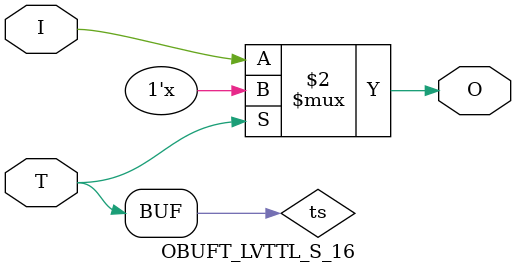
<source format=v>

/*

FUNCTION    : TRI-STATE OUTPUT BUFFER

*/

`celldefine
`timescale  100 ps / 10 ps

module OBUFT_LVTTL_S_16 (O, I, T);

    output O;

    input  I, T;

    or O1 (ts, 1'b0, T);
    bufif0 T1 (O, I, ts);

endmodule

</source>
